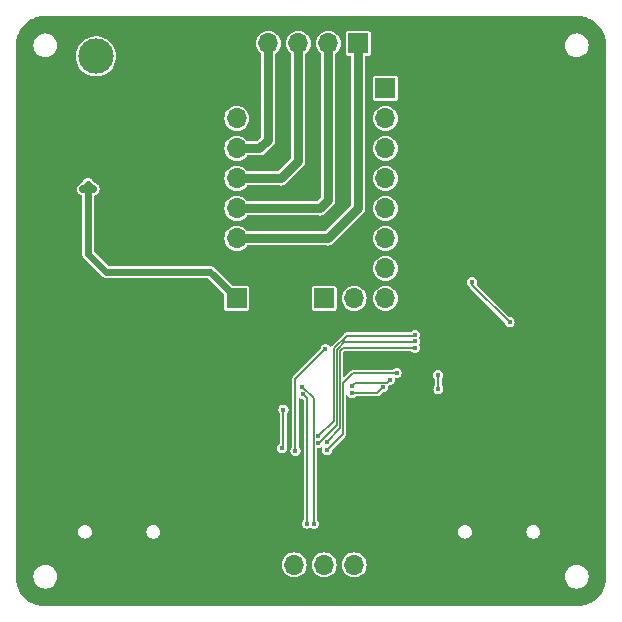
<source format=gbl>
G04 EasyEDA Pro v1.9.28, 2023-01-14 19:19:00*
G04 Gerber Generator version 0.3*%TF.GenerationSoftware,KiCad,Pcbnew,7.0.5*%
%TF.CreationDate,2023-08-17T05:26:57+08:00*%
%TF.ProjectId,TMC2209_TestBoard,544d4332-3230-4395-9f54-657374426f61,rev?*%
%TF.SameCoordinates,Original*%
%TF.FileFunction,Copper,L2,Bot*%
%TF.FilePolarity,Positive*%
%FSLAX46Y46*%
G04 Gerber Fmt 4.6, Leading zero omitted, Abs format (unit mm)*
G04 Created by KiCad (PCBNEW 7.0.5) date 2023-08-17 05:26:57*
%MOMM*%
%LPD*%
G01*
G04 APERTURE LIST*
%TA.AperFunction,ComponentPad*%
%ADD10O,1.000000X2.100000*%
%TD*%
%TA.AperFunction,ComponentPad*%
%ADD11O,1.000000X1.800000*%
%TD*%
%TA.AperFunction,ComponentPad*%
%ADD12R,1.700000X1.700000*%
%TD*%
%TA.AperFunction,ComponentPad*%
%ADD13O,1.700000X1.700000*%
%TD*%
%TA.AperFunction,ComponentPad*%
%ADD14R,3.000000X3.000000*%
%TD*%
%TA.AperFunction,ComponentPad*%
%ADD15C,3.000000*%
%TD*%
%TA.AperFunction,ViaPad*%
%ADD16C,0.450000*%
%TD*%
%TA.AperFunction,ViaPad*%
%ADD17C,0.500000*%
%TD*%
%TA.AperFunction,Conductor*%
%ADD18C,0.800000*%
%TD*%
%TA.AperFunction,Conductor*%
%ADD19C,0.150000*%
%TD*%
%TA.AperFunction,Conductor*%
%ADD20C,0.600000*%
%TD*%
%TA.AperFunction,Conductor*%
%ADD21C,0.700000*%
%TD*%
G04 APERTURE END LIST*
D10*
%TO.P,J6,S1,SHIELD*%
%TO.N,GND*%
X80280000Y-82645000D03*
D11*
X80280000Y-86825000D03*
D10*
X88920000Y-82645000D03*
D11*
X88920000Y-86825000D03*
%TD*%
D12*
%TO.P,J4,1,Pin_1*%
%TO.N,GND*%
X96885000Y-85940000D03*
D13*
%TO.P,J4,2,Pin_2*%
%TO.N,+5V*%
X99425000Y-85940000D03*
%TO.P,J4,3,Pin_3*%
%TO.N,/OLED_SCL*%
X101965000Y-85940000D03*
%TO.P,J4,4,Pin_4*%
%TO.N,/OLED_SDA*%
X104505000Y-85940000D03*
%TD*%
D12*
%TO.P,J8,1,Pin_1*%
%TO.N,/OA2*%
X104850000Y-41790000D03*
D13*
%TO.P,J8,2,Pin_2*%
%TO.N,/OA1*%
X102310000Y-41790000D03*
%TO.P,J8,3,Pin_3*%
%TO.N,/OB1*%
X99770000Y-41790000D03*
%TO.P,J8,4,Pin_4*%
%TO.N,/OB2*%
X97230000Y-41790000D03*
%TD*%
D12*
%TO.P,J3,1,Pin_1*%
%TO.N,unconnected-(J3-Pin_1-Pad1)*%
X101960000Y-63380000D03*
D13*
%TO.P,J3,2,Pin_2*%
%TO.N,/Driver_Diag*%
X104500000Y-63380000D03*
%TD*%
D10*
%TO.P,J5,S1,SHIELD*%
%TO.N,GND*%
X112450000Y-82645000D03*
D11*
X112450000Y-86825000D03*
D10*
X121090000Y-82645000D03*
D11*
X121090000Y-86825000D03*
%TD*%
D12*
%TO.P,J1,1,Pin_1*%
%TO.N,VCC*%
X94555000Y-63380000D03*
D13*
%TO.P,J1,2,Pin_2*%
%TO.N,GND*%
X94555000Y-60840000D03*
%TO.P,J1,3,Pin_3*%
%TO.N,/OA2*%
X94555000Y-58300000D03*
%TO.P,J1,4,Pin_4*%
%TO.N,/OA1*%
X94555000Y-55760000D03*
%TO.P,J1,5,Pin_5*%
%TO.N,/OB1*%
X94555000Y-53220000D03*
%TO.P,J1,6,Pin_6*%
%TO.N,/OB2*%
X94555000Y-50680000D03*
%TO.P,J1,7,Pin_7*%
%TO.N,unconnected-(J1-Pin_7-Pad7)*%
X94555000Y-48140000D03*
%TO.P,J1,8,Pin_8*%
%TO.N,GND*%
X94555000Y-45600000D03*
%TD*%
D12*
%TO.P,J2,1,Pin_1*%
%TO.N,/Driver_DIR*%
X107145000Y-45600000D03*
D13*
%TO.P,J2,2,Pin_2*%
%TO.N,/Driver_STP*%
X107145000Y-48140000D03*
%TO.P,J2,3,Pin_3*%
%TO.N,unconnected-(J2-Pin_3-Pad3)*%
X107145000Y-50680000D03*
%TO.P,J2,4,Pin_4*%
%TO.N,/USART2_TX*%
X107145000Y-53220000D03*
%TO.P,J2,5,Pin_5*%
%TO.N,unconnected-(J2-Pin_5-Pad5)*%
X107145000Y-55760000D03*
%TO.P,J2,6,Pin_6*%
%TO.N,unconnected-(J2-Pin_6-Pad6)*%
X107145000Y-58300000D03*
%TO.P,J2,7,Pin_7*%
%TO.N,unconnected-(J2-Pin_7-Pad7)*%
X107145000Y-60840000D03*
%TO.P,J2,8,Pin_8*%
%TO.N,/Driver_EN*%
X107145000Y-63380000D03*
%TD*%
D14*
%TO.P,J7,1,Pin_1*%
%TO.N,GND*%
X87640000Y-42880000D03*
D15*
%TO.P,J7,2,Pin_2*%
%TO.N,VCC*%
X82640000Y-42880000D03*
%TD*%
D16*
%TO.N,+3.3V*%
X98400000Y-76050000D03*
X111630000Y-71069500D03*
X111620000Y-69870000D03*
X98510000Y-72790500D03*
D17*
%TO.N,VCC*%
X81570000Y-54130000D03*
X82390000Y-54120000D03*
X81970000Y-53700000D03*
D16*
%TO.N,+5V*%
X117650000Y-65400000D03*
X114500000Y-61990000D03*
%TO.N,/LED*%
X102170000Y-76230000D03*
X108094266Y-69684266D03*
%TO.N,/Driver_Diag*%
X99530000Y-76280000D03*
X102070000Y-67670000D03*
%TO.N,/OLED_SCL*%
X101070000Y-82460000D03*
X100122079Y-70907099D03*
%TO.N,/OLED_SDA*%
X100490000Y-82440000D03*
X100130000Y-71480000D03*
%TO.N,/KEY_1*%
X101469500Y-75070000D03*
X109630000Y-66470000D03*
%TO.N,/KEY_2*%
X109651963Y-67019064D03*
X101469500Y-75620000D03*
%TO.N,/KEY_3*%
X109638009Y-67568390D03*
X102170083Y-75500083D03*
%TO.N,/USART1_TX*%
X104290000Y-70820000D03*
X107507673Y-70270860D03*
%TO.N,/USART1_RX*%
X106960000Y-70910000D03*
X104300000Y-71410000D03*
%TD*%
D18*
%TO.N,/OA2*%
X104850000Y-55710000D02*
X102260000Y-58300000D01*
X104850000Y-41790000D02*
X104850000Y-55710000D01*
X102260000Y-58300000D02*
X94555000Y-58300000D01*
%TO.N,/OA1*%
X101590000Y-55760000D02*
X94555000Y-55760000D01*
X102310000Y-55040000D02*
X101590000Y-55760000D01*
X102310000Y-41790000D02*
X102310000Y-55040000D01*
%TO.N,/OB1*%
X98280000Y-53220000D02*
X94555000Y-53220000D01*
X99770000Y-51730000D02*
X98280000Y-53220000D01*
X99770000Y-41790000D02*
X99770000Y-51730000D01*
%TO.N,/OB2*%
X96480000Y-50680000D02*
X94555000Y-50680000D01*
X97230000Y-49930000D02*
X96480000Y-50680000D01*
X97230000Y-41790000D02*
X97230000Y-49930000D01*
D19*
%TO.N,+3.3V*%
X98510000Y-72790500D02*
X98510000Y-75940000D01*
X98510000Y-75940000D02*
X98400000Y-76050000D01*
X111630000Y-69880000D02*
X111620000Y-69870000D01*
X111630000Y-71069500D02*
X111630000Y-69880000D01*
D20*
%TO.N,VCC*%
X81970000Y-59600000D02*
X83525000Y-61155000D01*
X83525000Y-61155000D02*
X92330000Y-61155000D01*
D21*
X81570000Y-54130000D02*
X82380000Y-54130000D01*
X82380000Y-54130000D02*
X82390000Y-54120000D01*
D20*
X92330000Y-61155000D02*
X94555000Y-63380000D01*
X81970000Y-53700000D02*
X82390000Y-54120000D01*
X81970000Y-53700000D02*
X81970000Y-53730000D01*
X81970000Y-53700000D02*
X81970000Y-59600000D01*
X81970000Y-53730000D02*
X81570000Y-54130000D01*
D19*
%TO.N,+5V*%
X114500000Y-62250000D02*
X114500000Y-61990000D01*
X117650000Y-65400000D02*
X114500000Y-62250000D01*
%TO.N,/LED*%
X108094266Y-69684266D02*
X104385734Y-69684266D01*
X103540000Y-74860000D02*
X102170000Y-76230000D01*
X104385734Y-69684266D02*
X103540000Y-70530000D01*
X103540000Y-70530000D02*
X103540000Y-70630000D01*
X103540000Y-70630000D02*
X103540000Y-74860000D01*
%TO.N,/Driver_Diag*%
X102070000Y-67670000D02*
X99530000Y-70210000D01*
X99530000Y-70210000D02*
X99530000Y-76280000D01*
%TO.N,/OLED_SCL*%
X101070000Y-82460000D02*
X101070000Y-71855020D01*
X101070000Y-71855020D02*
X100122079Y-70907099D01*
%TO.N,/OLED_SDA*%
X100490000Y-82440000D02*
X100490000Y-71840000D01*
X100490000Y-71840000D02*
X100130000Y-71480000D01*
%TO.N,/KEY_1*%
X102790000Y-67620000D02*
X102790000Y-73749500D01*
X109630000Y-66470000D02*
X109570000Y-66530000D01*
X103880000Y-66530000D02*
X102790000Y-67620000D01*
X109570000Y-66530000D02*
X103880000Y-66530000D01*
X102790000Y-73749500D02*
X101469500Y-75070000D01*
%TO.N,/KEY_2*%
X101485186Y-75620000D02*
X103040000Y-74065186D01*
X103750000Y-67030000D02*
X109570000Y-67030000D01*
X109570000Y-67030000D02*
X109640000Y-66960000D01*
X101469500Y-75620000D02*
X101485186Y-75620000D01*
X103040000Y-74065186D02*
X103040000Y-67723554D01*
X103040000Y-67723554D02*
X103741777Y-67021777D01*
X103741777Y-67021777D02*
X103750000Y-67030000D01*
%TO.N,/KEY_3*%
X103290000Y-67827108D02*
X103547108Y-67570000D01*
X103547108Y-67570000D02*
X104570000Y-67570000D01*
X102170083Y-75500083D02*
X103290000Y-74380166D01*
X104570000Y-67570000D02*
X104571610Y-67568390D01*
X103290000Y-74380166D02*
X103290000Y-67827108D01*
X104571610Y-67568390D02*
X109638009Y-67568390D01*
%TO.N,/USART1_TX*%
X104600000Y-70510000D02*
X107268533Y-70510000D01*
X107268533Y-70510000D02*
X107507673Y-70270860D01*
X104290000Y-70820000D02*
X104600000Y-70510000D01*
%TO.N,/USART1_RX*%
X106460000Y-71410000D02*
X104300000Y-71410000D01*
X106960000Y-70910000D02*
X106460000Y-71410000D01*
%TD*%
%TA.AperFunction,Conductor*%
%TO.N,GND*%
G36*
X123340732Y-39450545D02*
G01*
X123390421Y-39453549D01*
X123438963Y-39456486D01*
X123648575Y-39470225D01*
X123651348Y-39470569D01*
X123789259Y-39495842D01*
X123957616Y-39529330D01*
X123960066Y-39529954D01*
X124100900Y-39573839D01*
X124101420Y-39574009D01*
X124256739Y-39626733D01*
X124258914Y-39627589D01*
X124396163Y-39689360D01*
X124396807Y-39689664D01*
X124541296Y-39760918D01*
X124543109Y-39761910D01*
X124673136Y-39840514D01*
X124674039Y-39841089D01*
X124806764Y-39929774D01*
X124808260Y-39930857D01*
X124928386Y-40024970D01*
X124929404Y-40025813D01*
X125046885Y-40128841D01*
X125048998Y-40130694D01*
X125050168Y-40131790D01*
X125158208Y-40239830D01*
X125159304Y-40241000D01*
X125264180Y-40360588D01*
X125265037Y-40361622D01*
X125359139Y-40481735D01*
X125360224Y-40483234D01*
X125448909Y-40615959D01*
X125449499Y-40616886D01*
X125528077Y-40746870D01*
X125529084Y-40748709D01*
X125600304Y-40893127D01*
X125600661Y-40893885D01*
X125613264Y-40921887D01*
X125662406Y-41031078D01*
X125663265Y-41033259D01*
X125715989Y-41188578D01*
X125716180Y-41189165D01*
X125760037Y-41329905D01*
X125760674Y-41332410D01*
X125794171Y-41500811D01*
X125819426Y-41638625D01*
X125819775Y-41641442D01*
X125833500Y-41850854D01*
X125833408Y-41850859D01*
X125833517Y-41851100D01*
X125839455Y-41949267D01*
X125839500Y-41950747D01*
X125839500Y-86949252D01*
X125839455Y-86950732D01*
X125833510Y-87048997D01*
X125819775Y-87258557D01*
X125819426Y-87261373D01*
X125794164Y-87399226D01*
X125760676Y-87567582D01*
X125760037Y-87570093D01*
X125716180Y-87710833D01*
X125715989Y-87711420D01*
X125663265Y-87866739D01*
X125662406Y-87868920D01*
X125600672Y-88006090D01*
X125600304Y-88006871D01*
X125529084Y-88151289D01*
X125528077Y-88153128D01*
X125449505Y-88283102D01*
X125448909Y-88284039D01*
X125360224Y-88416764D01*
X125359139Y-88418263D01*
X125265037Y-88538376D01*
X125264171Y-88539421D01*
X125159304Y-88658998D01*
X125158208Y-88660168D01*
X125050168Y-88768208D01*
X125048998Y-88769304D01*
X124929421Y-88874171D01*
X124928376Y-88875037D01*
X124808263Y-88969139D01*
X124806764Y-88970224D01*
X124674039Y-89058909D01*
X124673102Y-89059505D01*
X124543128Y-89138077D01*
X124541289Y-89139084D01*
X124396871Y-89210304D01*
X124396090Y-89210672D01*
X124258920Y-89272406D01*
X124256739Y-89273265D01*
X124101420Y-89325989D01*
X124100833Y-89326180D01*
X123960093Y-89370037D01*
X123957580Y-89370676D01*
X123789211Y-89404166D01*
X123651373Y-89429426D01*
X123648557Y-89429775D01*
X123438997Y-89443510D01*
X123340732Y-89449455D01*
X123339252Y-89449500D01*
X78340748Y-89449500D01*
X78339268Y-89449455D01*
X78241001Y-89443510D01*
X78031441Y-89429775D01*
X78028625Y-89429426D01*
X77944649Y-89414037D01*
X77890799Y-89404168D01*
X77722410Y-89370674D01*
X77719905Y-89370037D01*
X77579165Y-89326180D01*
X77578578Y-89325989D01*
X77423259Y-89273265D01*
X77421078Y-89272406D01*
X77336089Y-89234156D01*
X77283885Y-89210661D01*
X77283144Y-89210312D01*
X77227288Y-89182767D01*
X77138709Y-89139084D01*
X77136870Y-89138077D01*
X77006896Y-89059505D01*
X77005959Y-89058909D01*
X76873234Y-88970224D01*
X76871735Y-88969139D01*
X76751622Y-88875037D01*
X76750588Y-88874180D01*
X76631000Y-88769304D01*
X76629830Y-88768208D01*
X76521790Y-88660168D01*
X76520694Y-88658998D01*
X76518841Y-88656885D01*
X76415813Y-88539404D01*
X76414961Y-88538376D01*
X76320859Y-88418263D01*
X76319774Y-88416764D01*
X76231089Y-88284039D01*
X76230514Y-88283136D01*
X76151910Y-88153109D01*
X76150914Y-88151289D01*
X76079664Y-88006807D01*
X76079360Y-88006163D01*
X76017589Y-87868914D01*
X76016733Y-87866739D01*
X75972613Y-87736765D01*
X75964005Y-87711408D01*
X75963840Y-87710901D01*
X75919954Y-87570066D01*
X75919330Y-87567616D01*
X75885842Y-87399259D01*
X75860569Y-87261348D01*
X75860225Y-87258575D01*
X75846486Y-87048963D01*
X75843257Y-86995583D01*
X75840545Y-86950732D01*
X75840523Y-86950000D01*
X77334659Y-86950000D01*
X77353976Y-87146132D01*
X77353976Y-87146133D01*
X77411185Y-87334726D01*
X77504092Y-87508541D01*
X77504094Y-87508544D01*
X77536615Y-87548170D01*
X77577564Y-87598066D01*
X77577580Y-87598118D01*
X77577811Y-87598367D01*
X77629116Y-87660882D01*
X77629119Y-87660885D01*
X77721165Y-87736426D01*
X77721346Y-87736765D01*
X77723192Y-87738090D01*
X77781449Y-87785901D01*
X77781458Y-87785907D01*
X77781462Y-87785910D01*
X77889354Y-87843579D01*
X77889857Y-87844193D01*
X77890390Y-87844390D01*
X77893430Y-87845758D01*
X77955273Y-87878814D01*
X78143868Y-87936024D01*
X78320682Y-87953438D01*
X78339999Y-87955341D01*
X78339999Y-87955340D01*
X78340000Y-87955341D01*
X78536132Y-87936024D01*
X78724727Y-87878814D01*
X78898538Y-87785910D01*
X79050883Y-87660883D01*
X79175910Y-87508538D01*
X79268814Y-87334727D01*
X79326024Y-87146132D01*
X79345341Y-86950000D01*
X79345267Y-86949253D01*
X79341917Y-86915232D01*
X79326024Y-86753868D01*
X79268814Y-86565273D01*
X79175910Y-86391462D01*
X79175907Y-86391458D01*
X79175905Y-86391455D01*
X79102180Y-86301622D01*
X79050883Y-86239117D01*
X78958832Y-86163572D01*
X78898544Y-86114094D01*
X78898541Y-86114092D01*
X78898539Y-86114091D01*
X78898538Y-86114090D01*
X78818592Y-86071358D01*
X78724726Y-86021185D01*
X78536132Y-85963976D01*
X78340000Y-85944659D01*
X78143867Y-85963976D01*
X78143866Y-85963976D01*
X77955271Y-86021186D01*
X77893445Y-86054233D01*
X77890403Y-86055602D01*
X77889916Y-86055782D01*
X77889356Y-86056419D01*
X77781458Y-86114092D01*
X77781456Y-86114094D01*
X77723195Y-86161908D01*
X77721373Y-86163214D01*
X77721167Y-86163572D01*
X77629117Y-86239117D01*
X77577819Y-86301622D01*
X77577582Y-86301876D01*
X77577564Y-86301932D01*
X77504098Y-86391449D01*
X77504092Y-86391458D01*
X77411185Y-86565273D01*
X77353976Y-86753866D01*
X77353976Y-86753867D01*
X77334659Y-86949999D01*
X77334659Y-86950000D01*
X75840523Y-86950000D01*
X75840500Y-86949253D01*
X75840500Y-85940000D01*
X98369417Y-85940000D01*
X98389700Y-86145934D01*
X98389700Y-86145935D01*
X98394942Y-86163214D01*
X98449768Y-86343954D01*
X98547315Y-86526450D01*
X98678590Y-86686410D01*
X98838550Y-86817685D01*
X99021046Y-86915232D01*
X99219066Y-86975300D01*
X99425000Y-86995583D01*
X99630934Y-86975300D01*
X99828954Y-86915232D01*
X100011450Y-86817685D01*
X100171410Y-86686410D01*
X100302685Y-86526450D01*
X100400232Y-86343954D01*
X100460300Y-86145934D01*
X100480583Y-85940000D01*
X100909417Y-85940000D01*
X100929700Y-86145934D01*
X100929700Y-86145935D01*
X100934942Y-86163214D01*
X100989768Y-86343954D01*
X101087315Y-86526450D01*
X101218590Y-86686410D01*
X101378550Y-86817685D01*
X101561046Y-86915232D01*
X101759066Y-86975300D01*
X101944715Y-86993585D01*
X101964999Y-86995583D01*
X101964999Y-86995582D01*
X101965000Y-86995583D01*
X102170934Y-86975300D01*
X102368954Y-86915232D01*
X102551450Y-86817685D01*
X102711410Y-86686410D01*
X102842685Y-86526450D01*
X102940232Y-86343954D01*
X103000300Y-86145934D01*
X103020583Y-85940000D01*
X103449417Y-85940000D01*
X103469700Y-86145934D01*
X103469700Y-86145935D01*
X103474942Y-86163214D01*
X103529768Y-86343954D01*
X103627315Y-86526450D01*
X103758590Y-86686410D01*
X103918550Y-86817685D01*
X104101046Y-86915232D01*
X104299066Y-86975300D01*
X104484715Y-86993585D01*
X104504999Y-86995583D01*
X104504999Y-86995582D01*
X104505000Y-86995583D01*
X104710934Y-86975300D01*
X104794338Y-86950000D01*
X122334659Y-86950000D01*
X122353976Y-87146132D01*
X122353976Y-87146133D01*
X122411185Y-87334726D01*
X122504092Y-87508541D01*
X122504094Y-87508544D01*
X122536615Y-87548170D01*
X122577564Y-87598066D01*
X122577580Y-87598118D01*
X122577811Y-87598367D01*
X122629116Y-87660882D01*
X122629119Y-87660885D01*
X122721165Y-87736426D01*
X122721346Y-87736765D01*
X122723192Y-87738090D01*
X122781449Y-87785901D01*
X122781458Y-87785907D01*
X122781462Y-87785910D01*
X122889354Y-87843579D01*
X122889857Y-87844193D01*
X122890390Y-87844390D01*
X122893430Y-87845758D01*
X122955273Y-87878814D01*
X123143868Y-87936024D01*
X123340000Y-87955341D01*
X123536132Y-87936024D01*
X123724727Y-87878814D01*
X123898538Y-87785910D01*
X124050883Y-87660883D01*
X124175910Y-87508538D01*
X124268814Y-87334727D01*
X124326024Y-87146132D01*
X124345341Y-86950000D01*
X124345267Y-86949253D01*
X124341917Y-86915232D01*
X124326024Y-86753868D01*
X124268814Y-86565273D01*
X124175910Y-86391462D01*
X124175907Y-86391458D01*
X124175905Y-86391455D01*
X124102180Y-86301622D01*
X124050883Y-86239117D01*
X123958832Y-86163572D01*
X123898544Y-86114094D01*
X123898541Y-86114092D01*
X123898539Y-86114091D01*
X123898538Y-86114090D01*
X123818592Y-86071358D01*
X123724726Y-86021185D01*
X123536132Y-85963976D01*
X123340000Y-85944659D01*
X123143867Y-85963976D01*
X123143866Y-85963976D01*
X122955271Y-86021186D01*
X122893445Y-86054233D01*
X122890403Y-86055602D01*
X122889916Y-86055782D01*
X122889356Y-86056419D01*
X122781458Y-86114092D01*
X122781456Y-86114094D01*
X122723195Y-86161908D01*
X122721373Y-86163214D01*
X122721167Y-86163572D01*
X122629117Y-86239117D01*
X122577819Y-86301622D01*
X122577582Y-86301876D01*
X122577564Y-86301932D01*
X122504098Y-86391449D01*
X122504092Y-86391458D01*
X122411185Y-86565273D01*
X122353976Y-86753866D01*
X122353976Y-86753867D01*
X122334659Y-86949999D01*
X122334659Y-86950000D01*
X104794338Y-86950000D01*
X104908954Y-86915232D01*
X105091450Y-86817685D01*
X105251410Y-86686410D01*
X105382685Y-86526450D01*
X105480232Y-86343954D01*
X105540300Y-86145934D01*
X105560583Y-85940000D01*
X105540300Y-85734066D01*
X105480232Y-85536046D01*
X105382685Y-85353550D01*
X105251410Y-85193590D01*
X105091450Y-85062315D01*
X104908954Y-84964768D01*
X104710934Y-84904700D01*
X104505000Y-84884417D01*
X104299065Y-84904700D01*
X104299064Y-84904700D01*
X104101043Y-84964769D01*
X103918548Y-85062316D01*
X103758590Y-85193590D01*
X103627316Y-85353548D01*
X103529769Y-85536043D01*
X103469700Y-85734064D01*
X103469700Y-85734065D01*
X103449417Y-85939999D01*
X103449417Y-85940000D01*
X103020583Y-85940000D01*
X103000300Y-85734066D01*
X102940232Y-85536046D01*
X102842685Y-85353550D01*
X102711410Y-85193590D01*
X102551450Y-85062315D01*
X102368954Y-84964768D01*
X102170934Y-84904700D01*
X101965000Y-84884417D01*
X101759065Y-84904700D01*
X101759064Y-84904700D01*
X101561043Y-84964769D01*
X101378548Y-85062316D01*
X101218590Y-85193590D01*
X101087316Y-85353548D01*
X100989769Y-85536043D01*
X100929700Y-85734064D01*
X100929700Y-85734065D01*
X100909417Y-85939999D01*
X100909417Y-85940000D01*
X100480583Y-85940000D01*
X100460300Y-85734066D01*
X100400232Y-85536046D01*
X100302685Y-85353550D01*
X100171410Y-85193590D01*
X100011450Y-85062315D01*
X99828954Y-84964768D01*
X99630934Y-84904700D01*
X99425000Y-84884417D01*
X99219065Y-84904700D01*
X99219064Y-84904700D01*
X99021043Y-84964769D01*
X98838548Y-85062316D01*
X98678590Y-85193590D01*
X98547316Y-85353548D01*
X98449769Y-85536043D01*
X98389700Y-85734064D01*
X98389700Y-85734065D01*
X98369417Y-85939999D01*
X98369417Y-85940000D01*
X75840500Y-85940000D01*
X75840500Y-83144999D01*
X81129534Y-83144999D01*
X81149312Y-83295235D01*
X81207299Y-83435228D01*
X81207302Y-83435233D01*
X81299549Y-83555451D01*
X81419767Y-83647698D01*
X81419769Y-83647698D01*
X81419771Y-83647700D01*
X81559764Y-83705686D01*
X81559764Y-83705687D01*
X81672280Y-83720500D01*
X81672284Y-83720500D01*
X81747716Y-83720500D01*
X81747720Y-83720500D01*
X81860236Y-83705687D01*
X82000233Y-83647698D01*
X82120451Y-83555451D01*
X82212698Y-83435233D01*
X82270687Y-83295236D01*
X82290466Y-83145000D01*
X82290466Y-83144999D01*
X86909534Y-83144999D01*
X86929312Y-83295235D01*
X86987299Y-83435228D01*
X86987302Y-83435233D01*
X87079549Y-83555451D01*
X87199767Y-83647698D01*
X87199769Y-83647698D01*
X87199771Y-83647700D01*
X87339764Y-83705687D01*
X87452280Y-83720500D01*
X87452284Y-83720500D01*
X87527716Y-83720500D01*
X87527720Y-83720500D01*
X87640236Y-83705687D01*
X87780233Y-83647698D01*
X87900451Y-83555451D01*
X87992698Y-83435233D01*
X88050687Y-83295236D01*
X88070466Y-83145000D01*
X113299534Y-83145000D01*
X113319312Y-83295235D01*
X113377299Y-83435228D01*
X113377302Y-83435233D01*
X113469549Y-83555451D01*
X113589767Y-83647698D01*
X113589769Y-83647698D01*
X113589771Y-83647700D01*
X113729764Y-83705686D01*
X113729764Y-83705687D01*
X113842280Y-83720500D01*
X113842284Y-83720500D01*
X113917716Y-83720500D01*
X113917720Y-83720500D01*
X114030236Y-83705687D01*
X114170233Y-83647698D01*
X114290451Y-83555451D01*
X114382698Y-83435233D01*
X114440687Y-83295236D01*
X114460466Y-83145000D01*
X119079534Y-83145000D01*
X119099312Y-83295235D01*
X119157299Y-83435228D01*
X119157302Y-83435233D01*
X119249549Y-83555451D01*
X119369767Y-83647698D01*
X119369769Y-83647698D01*
X119369771Y-83647700D01*
X119509763Y-83705686D01*
X119509764Y-83705687D01*
X119622280Y-83720500D01*
X119622284Y-83720500D01*
X119697716Y-83720500D01*
X119697720Y-83720500D01*
X119810236Y-83705687D01*
X119950233Y-83647698D01*
X120070451Y-83555451D01*
X120162698Y-83435233D01*
X120220687Y-83295236D01*
X120240466Y-83145000D01*
X120220687Y-82994764D01*
X120169341Y-82870804D01*
X120162700Y-82854771D01*
X120162697Y-82854766D01*
X120158824Y-82849719D01*
X120070451Y-82734549D01*
X119950233Y-82642302D01*
X119950228Y-82642299D01*
X119810235Y-82584312D01*
X119725262Y-82573126D01*
X119697720Y-82569500D01*
X119622280Y-82569500D01*
X119594738Y-82573126D01*
X119509764Y-82584312D01*
X119369771Y-82642299D01*
X119369766Y-82642302D01*
X119249549Y-82734548D01*
X119249548Y-82734549D01*
X119157302Y-82854766D01*
X119157299Y-82854771D01*
X119099312Y-82994764D01*
X119079534Y-83145000D01*
X114460466Y-83145000D01*
X114440687Y-82994764D01*
X114389341Y-82870804D01*
X114382700Y-82854771D01*
X114382697Y-82854766D01*
X114378824Y-82849719D01*
X114290451Y-82734549D01*
X114170233Y-82642302D01*
X114170228Y-82642299D01*
X114030235Y-82584312D01*
X113945262Y-82573126D01*
X113917720Y-82569500D01*
X113842280Y-82569500D01*
X113814738Y-82573126D01*
X113729764Y-82584312D01*
X113589771Y-82642299D01*
X113589766Y-82642302D01*
X113469549Y-82734548D01*
X113469548Y-82734549D01*
X113377302Y-82854766D01*
X113377299Y-82854771D01*
X113319312Y-82994764D01*
X113299534Y-83145000D01*
X88070466Y-83145000D01*
X88050687Y-82994764D01*
X87999341Y-82870804D01*
X87992700Y-82854771D01*
X87992697Y-82854766D01*
X87988824Y-82849719D01*
X87900451Y-82734549D01*
X87780233Y-82642302D01*
X87780228Y-82642299D01*
X87640235Y-82584312D01*
X87555262Y-82573126D01*
X87527720Y-82569500D01*
X87452280Y-82569500D01*
X87424738Y-82573126D01*
X87339764Y-82584312D01*
X87199771Y-82642299D01*
X87199766Y-82642302D01*
X87079549Y-82734548D01*
X87079548Y-82734549D01*
X86987302Y-82854766D01*
X86987299Y-82854771D01*
X86929312Y-82994764D01*
X86909534Y-83144999D01*
X82290466Y-83144999D01*
X82270687Y-82994764D01*
X82219341Y-82870804D01*
X82212700Y-82854771D01*
X82212697Y-82854766D01*
X82208824Y-82849719D01*
X82120451Y-82734549D01*
X82000233Y-82642302D01*
X82000228Y-82642299D01*
X81860235Y-82584312D01*
X81775262Y-82573126D01*
X81747720Y-82569500D01*
X81672280Y-82569500D01*
X81644738Y-82573126D01*
X81559764Y-82584312D01*
X81419771Y-82642299D01*
X81419766Y-82642302D01*
X81299549Y-82734548D01*
X81299548Y-82734549D01*
X81207302Y-82854766D01*
X81207299Y-82854771D01*
X81149312Y-82994764D01*
X81129534Y-83144999D01*
X75840500Y-83144999D01*
X75840500Y-76050000D01*
X97969196Y-76050000D01*
X97990281Y-76183126D01*
X97990281Y-76183127D01*
X97990282Y-76183128D01*
X98051467Y-76303213D01*
X98051472Y-76303220D01*
X98146779Y-76398527D01*
X98146786Y-76398532D01*
X98226842Y-76439321D01*
X98266874Y-76459719D01*
X98400000Y-76480804D01*
X98533126Y-76459719D01*
X98624570Y-76413126D01*
X98653213Y-76398532D01*
X98653215Y-76398530D01*
X98653220Y-76398528D01*
X98748528Y-76303220D01*
X98760359Y-76280000D01*
X99099196Y-76280000D01*
X99120281Y-76413126D01*
X99120281Y-76413127D01*
X99120282Y-76413128D01*
X99181467Y-76533213D01*
X99181472Y-76533220D01*
X99276779Y-76628527D01*
X99276786Y-76628532D01*
X99340123Y-76660803D01*
X99396874Y-76689719D01*
X99530000Y-76710804D01*
X99663126Y-76689719D01*
X99746420Y-76647278D01*
X99783213Y-76628532D01*
X99783215Y-76628530D01*
X99783220Y-76628528D01*
X99878528Y-76533220D01*
X99939719Y-76413126D01*
X99960804Y-76280000D01*
X99939719Y-76146874D01*
X99892340Y-76053887D01*
X99878532Y-76026786D01*
X99878527Y-76026779D01*
X99819852Y-75968104D01*
X99805500Y-75933456D01*
X99805500Y-71872170D01*
X99819852Y-71837522D01*
X99854500Y-71823170D01*
X99876745Y-71828511D01*
X99928773Y-71855020D01*
X99996874Y-71889719D01*
X100130000Y-71910804D01*
X100140895Y-71909078D01*
X100177361Y-71917830D01*
X100183210Y-71922826D01*
X100200148Y-71939764D01*
X100214500Y-71974412D01*
X100214500Y-82093455D01*
X100200149Y-82128101D01*
X100141472Y-82186779D01*
X100141470Y-82186782D01*
X100141467Y-82186786D01*
X100080282Y-82306871D01*
X100080281Y-82306872D01*
X100080281Y-82306874D01*
X100059196Y-82440000D01*
X100080281Y-82573126D01*
X100080281Y-82573127D01*
X100080282Y-82573128D01*
X100141467Y-82693213D01*
X100141472Y-82693220D01*
X100236779Y-82788527D01*
X100236786Y-82788532D01*
X100316842Y-82829322D01*
X100356874Y-82849719D01*
X100490000Y-82870804D01*
X100623126Y-82849719D01*
X100677677Y-82821923D01*
X100746657Y-82786778D01*
X100747711Y-82788846D01*
X100776778Y-82781822D01*
X100803834Y-82795582D01*
X100816779Y-82808527D01*
X100816786Y-82808532D01*
X100896842Y-82849322D01*
X100936874Y-82869719D01*
X101070000Y-82890804D01*
X101203126Y-82869719D01*
X101286420Y-82827278D01*
X101323213Y-82808532D01*
X101323215Y-82808530D01*
X101323220Y-82808528D01*
X101418528Y-82713220D01*
X101479719Y-82593126D01*
X101500804Y-82460000D01*
X101479719Y-82326874D01*
X101459321Y-82286842D01*
X101418532Y-82206786D01*
X101418529Y-82206782D01*
X101418528Y-82206780D01*
X101359850Y-82148101D01*
X101345500Y-82113455D01*
X101345500Y-76088535D01*
X101359852Y-76053887D01*
X101394500Y-76039535D01*
X101402151Y-76040136D01*
X101469500Y-76050804D01*
X101602626Y-76029719D01*
X101657177Y-76001923D01*
X101726157Y-75966778D01*
X101726943Y-75968322D01*
X101757511Y-75960966D01*
X101789499Y-75980543D01*
X101798274Y-76017005D01*
X101793533Y-76031612D01*
X101760281Y-76096873D01*
X101760280Y-76096874D01*
X101760281Y-76096874D01*
X101739196Y-76230000D01*
X101760281Y-76363126D01*
X101760281Y-76363127D01*
X101760282Y-76363128D01*
X101821467Y-76483213D01*
X101821472Y-76483220D01*
X101916779Y-76578527D01*
X101916786Y-76578532D01*
X101996842Y-76619321D01*
X102036874Y-76639719D01*
X102170000Y-76660804D01*
X102303126Y-76639719D01*
X102386420Y-76597278D01*
X102423213Y-76578532D01*
X102423215Y-76578530D01*
X102423220Y-76578528D01*
X102518528Y-76483220D01*
X102530503Y-76459719D01*
X102537278Y-76446420D01*
X102579719Y-76363126D01*
X102600804Y-76230000D01*
X102599077Y-76219103D01*
X102607831Y-76182636D01*
X102612820Y-76176794D01*
X103712213Y-75077401D01*
X103719626Y-75071316D01*
X103738624Y-75058624D01*
X103799096Y-74968121D01*
X103799981Y-74966884D01*
X103804018Y-74961592D01*
X103804454Y-74960540D01*
X103802935Y-74950302D01*
X103820897Y-74860000D01*
X103816441Y-74837596D01*
X103815500Y-74828038D01*
X103815500Y-71600459D01*
X103829852Y-71565811D01*
X103864500Y-71551459D01*
X103899148Y-71565811D01*
X103908157Y-71578210D01*
X103919494Y-71600459D01*
X103951470Y-71663217D01*
X103951472Y-71663220D01*
X104046779Y-71758527D01*
X104046786Y-71758532D01*
X104126842Y-71799321D01*
X104166874Y-71819719D01*
X104300000Y-71840804D01*
X104433126Y-71819719D01*
X104516420Y-71777278D01*
X104553213Y-71758532D01*
X104553215Y-71758530D01*
X104553220Y-71758528D01*
X104611896Y-71699852D01*
X104646544Y-71685500D01*
X106428043Y-71685500D01*
X106437603Y-71686442D01*
X106459999Y-71690897D01*
X106460000Y-71690897D01*
X106487132Y-71685500D01*
X106487133Y-71685500D01*
X106567495Y-71669515D01*
X106621447Y-71633465D01*
X106635622Y-71623994D01*
X106635621Y-71623994D01*
X106640925Y-71620451D01*
X106640929Y-71620446D01*
X106658624Y-71608624D01*
X106671316Y-71589626D01*
X106677401Y-71582213D01*
X106906789Y-71352825D01*
X106941436Y-71338474D01*
X106949103Y-71339078D01*
X106959997Y-71340804D01*
X106959998Y-71340803D01*
X106960000Y-71340804D01*
X107093126Y-71319719D01*
X107204053Y-71263199D01*
X107213213Y-71258532D01*
X107213215Y-71258530D01*
X107213220Y-71258528D01*
X107308528Y-71163220D01*
X107311807Y-71156786D01*
X107348128Y-71085500D01*
X107369719Y-71043126D01*
X107390804Y-70910000D01*
X107374175Y-70805009D01*
X107382930Y-70768545D01*
X107395345Y-70756607D01*
X107423949Y-70737495D01*
X107444155Y-70723994D01*
X107444155Y-70723993D01*
X107449462Y-70720448D01*
X107449464Y-70720445D01*
X107467157Y-70708624D01*
X107467156Y-70708624D01*
X107467398Y-70708463D01*
X107502282Y-70700810D01*
X107507673Y-70701664D01*
X107640799Y-70680579D01*
X107724093Y-70638138D01*
X107760886Y-70619392D01*
X107760888Y-70619390D01*
X107760893Y-70619388D01*
X107856201Y-70524080D01*
X107917392Y-70403986D01*
X107938477Y-70270860D01*
X107919708Y-70152361D01*
X107928463Y-70115897D01*
X107960439Y-70096301D01*
X107975763Y-70096301D01*
X108094266Y-70115070D01*
X108227392Y-70093985D01*
X108316589Y-70048537D01*
X108347479Y-70032798D01*
X108347481Y-70032796D01*
X108347486Y-70032794D01*
X108442794Y-69937486D01*
X108477180Y-69870000D01*
X111189196Y-69870000D01*
X111210281Y-70003126D01*
X111210281Y-70003127D01*
X111210282Y-70003128D01*
X111271467Y-70123213D01*
X111271472Y-70123220D01*
X111340147Y-70191895D01*
X111354499Y-70226543D01*
X111354500Y-70722956D01*
X111340148Y-70757604D01*
X111281472Y-70816279D01*
X111281467Y-70816286D01*
X111220282Y-70936371D01*
X111220281Y-70936372D01*
X111220281Y-70936374D01*
X111199196Y-71069500D01*
X111220281Y-71202626D01*
X111220281Y-71202627D01*
X111220282Y-71202628D01*
X111281467Y-71322713D01*
X111281472Y-71322720D01*
X111376779Y-71418027D01*
X111376786Y-71418032D01*
X111456842Y-71458822D01*
X111496874Y-71479219D01*
X111630000Y-71500304D01*
X111763126Y-71479219D01*
X111846420Y-71436778D01*
X111883213Y-71418032D01*
X111883215Y-71418030D01*
X111883220Y-71418028D01*
X111978528Y-71322720D01*
X111980059Y-71319717D01*
X112019766Y-71241785D01*
X112039719Y-71202626D01*
X112060804Y-71069500D01*
X112039719Y-70936374D01*
X112019321Y-70896342D01*
X111978532Y-70816286D01*
X111978527Y-70816279D01*
X111919852Y-70757604D01*
X111905500Y-70722956D01*
X111905500Y-70206543D01*
X111919851Y-70171896D01*
X111968528Y-70123220D01*
X111972260Y-70115897D01*
X112002337Y-70056866D01*
X112029719Y-70003126D01*
X112050804Y-69870000D01*
X112029719Y-69736874D01*
X112002914Y-69684266D01*
X111968532Y-69616786D01*
X111968527Y-69616779D01*
X111873220Y-69521472D01*
X111873213Y-69521467D01*
X111753128Y-69460282D01*
X111753127Y-69460281D01*
X111753126Y-69460281D01*
X111620000Y-69439196D01*
X111486874Y-69460281D01*
X111486872Y-69460281D01*
X111486871Y-69460282D01*
X111366786Y-69521467D01*
X111366779Y-69521472D01*
X111271472Y-69616779D01*
X111271467Y-69616786D01*
X111210282Y-69736871D01*
X111210281Y-69736872D01*
X111210281Y-69736874D01*
X111189196Y-69870000D01*
X108477180Y-69870000D01*
X108503985Y-69817392D01*
X108525070Y-69684266D01*
X108503985Y-69551140D01*
X108470611Y-69485639D01*
X108442798Y-69431052D01*
X108442793Y-69431045D01*
X108347486Y-69335738D01*
X108347479Y-69335733D01*
X108227394Y-69274548D01*
X108227393Y-69274547D01*
X108227392Y-69274547D01*
X108094266Y-69253462D01*
X107961140Y-69274547D01*
X107961138Y-69274547D01*
X107961137Y-69274548D01*
X107841052Y-69335733D01*
X107841045Y-69335738D01*
X107782370Y-69394414D01*
X107747722Y-69408766D01*
X104417691Y-69408766D01*
X104408133Y-69407825D01*
X104397024Y-69405615D01*
X104385734Y-69403370D01*
X104385733Y-69403370D01*
X104360968Y-69408294D01*
X104360962Y-69408297D01*
X104358604Y-69408766D01*
X104358601Y-69408766D01*
X104278239Y-69424750D01*
X104278239Y-69424751D01*
X104187112Y-69485639D01*
X104187107Y-69485644D01*
X104174418Y-69504634D01*
X104168326Y-69512057D01*
X103649148Y-70031236D01*
X103614500Y-70045588D01*
X103579852Y-70031236D01*
X103565500Y-69996588D01*
X103565500Y-67961520D01*
X103579852Y-67926872D01*
X103646872Y-67859852D01*
X103681520Y-67845500D01*
X104538043Y-67845500D01*
X104547603Y-67846442D01*
X104569999Y-67850897D01*
X104570000Y-67850897D01*
X104597132Y-67845500D01*
X104597133Y-67845500D01*
X104600492Y-67844831D01*
X104610051Y-67843890D01*
X109291465Y-67843890D01*
X109326113Y-67858242D01*
X109384788Y-67916917D01*
X109384795Y-67916922D01*
X109464851Y-67957712D01*
X109504883Y-67978109D01*
X109638009Y-67999194D01*
X109771135Y-67978109D01*
X109854429Y-67935668D01*
X109891222Y-67916922D01*
X109891224Y-67916920D01*
X109891229Y-67916918D01*
X109986537Y-67821610D01*
X110047728Y-67701516D01*
X110068813Y-67568390D01*
X110047728Y-67435264D01*
X110031082Y-67402594D01*
X109992934Y-67327722D01*
X109989991Y-67290335D01*
X109998863Y-67275861D01*
X109998227Y-67275399D01*
X110000487Y-67272287D01*
X110000491Y-67272284D01*
X110006607Y-67260282D01*
X110019241Y-67235484D01*
X110061682Y-67152190D01*
X110082767Y-67019064D01*
X110061682Y-66885938D01*
X110041284Y-66845906D01*
X110000495Y-66765850D01*
X110000490Y-66765843D01*
X109996727Y-66762080D01*
X109982375Y-66727432D01*
X109987715Y-66705188D01*
X110039719Y-66603126D01*
X110060804Y-66470000D01*
X110039719Y-66336874D01*
X110005892Y-66270485D01*
X109978532Y-66216786D01*
X109978527Y-66216779D01*
X109883220Y-66121472D01*
X109883213Y-66121467D01*
X109763128Y-66060282D01*
X109763127Y-66060281D01*
X109763126Y-66060281D01*
X109630000Y-66039196D01*
X109496874Y-66060281D01*
X109496872Y-66060281D01*
X109496871Y-66060282D01*
X109376786Y-66121467D01*
X109376779Y-66121472D01*
X109281473Y-66216778D01*
X109281470Y-66216782D01*
X109275886Y-66227744D01*
X109247370Y-66252101D01*
X109232226Y-66254500D01*
X103911961Y-66254500D01*
X103902402Y-66253559D01*
X103880000Y-66249103D01*
X103856737Y-66253730D01*
X103856735Y-66253730D01*
X103852868Y-66254500D01*
X103852867Y-66254500D01*
X103823275Y-66260386D01*
X103772502Y-66270485D01*
X103730534Y-66298528D01*
X103705656Y-66315151D01*
X103705654Y-66315153D01*
X103681375Y-66331376D01*
X103681374Y-66331377D01*
X103668686Y-66350365D01*
X103662594Y-66357788D01*
X102617788Y-67402594D01*
X102610365Y-67408686D01*
X102591377Y-67421374D01*
X102591376Y-67421375D01*
X102576005Y-67444377D01*
X102576006Y-67444378D01*
X102562869Y-67464039D01*
X102541083Y-67496642D01*
X102509900Y-67517477D01*
X102473118Y-67510159D01*
X102456683Y-67491665D01*
X102418528Y-67416780D01*
X102323220Y-67321472D01*
X102323213Y-67321467D01*
X102203128Y-67260282D01*
X102203127Y-67260281D01*
X102203126Y-67260281D01*
X102070000Y-67239196D01*
X101936874Y-67260281D01*
X101936872Y-67260281D01*
X101936871Y-67260282D01*
X101816786Y-67321467D01*
X101816779Y-67321472D01*
X101721472Y-67416779D01*
X101721467Y-67416786D01*
X101660282Y-67536871D01*
X101660281Y-67536872D01*
X101660281Y-67536874D01*
X101647115Y-67620000D01*
X101639196Y-67670000D01*
X101639196Y-67670004D01*
X101640921Y-67680901D01*
X101632164Y-67717367D01*
X101627172Y-67723210D01*
X99357788Y-69992594D01*
X99350365Y-69998686D01*
X99331377Y-70011374D01*
X99331376Y-70011375D01*
X99316005Y-70034377D01*
X99316006Y-70034378D01*
X99300980Y-70056866D01*
X99273165Y-70098493D01*
X99267072Y-70105917D01*
X99266537Y-70106451D01*
X99267585Y-70117085D01*
X99249850Y-70206248D01*
X99249103Y-70210001D01*
X99253558Y-70232396D01*
X99254500Y-70241956D01*
X99254500Y-75933455D01*
X99240149Y-75968101D01*
X99191247Y-76017005D01*
X99181470Y-76026782D01*
X99181467Y-76026786D01*
X99120282Y-76146871D01*
X99120281Y-76146872D01*
X99120281Y-76146874D01*
X99099196Y-76280000D01*
X98760359Y-76280000D01*
X98809719Y-76183126D01*
X98830804Y-76050000D01*
X98809719Y-75916874D01*
X98800589Y-75898956D01*
X98790840Y-75879822D01*
X98785499Y-75857576D01*
X98785499Y-74601463D01*
X98785499Y-73137041D01*
X98799850Y-73102397D01*
X98858528Y-73043720D01*
X98919719Y-72923626D01*
X98940804Y-72790500D01*
X98919719Y-72657374D01*
X98899321Y-72617342D01*
X98858532Y-72537286D01*
X98858527Y-72537279D01*
X98763220Y-72441972D01*
X98763213Y-72441967D01*
X98643128Y-72380782D01*
X98643127Y-72380781D01*
X98643126Y-72380781D01*
X98510000Y-72359696D01*
X98376874Y-72380781D01*
X98376872Y-72380781D01*
X98376871Y-72380782D01*
X98256786Y-72441967D01*
X98256779Y-72441972D01*
X98161472Y-72537279D01*
X98161467Y-72537286D01*
X98100282Y-72657371D01*
X98100281Y-72657372D01*
X98100281Y-72657374D01*
X98079196Y-72790500D01*
X98100281Y-72923626D01*
X98100281Y-72923627D01*
X98100282Y-72923628D01*
X98161467Y-73043713D01*
X98161472Y-73043720D01*
X98220148Y-73102396D01*
X98234500Y-73137044D01*
X98234499Y-75626749D01*
X98220147Y-75661397D01*
X98207745Y-75670408D01*
X98146782Y-75701470D01*
X98146776Y-75701475D01*
X98051472Y-75796779D01*
X98051467Y-75796786D01*
X97990282Y-75916871D01*
X97990281Y-75916872D01*
X97990281Y-75916874D01*
X97969196Y-76050000D01*
X75840500Y-76050000D01*
X75840500Y-54167924D01*
X81015619Y-54167924D01*
X81046407Y-54316083D01*
X81046408Y-54316086D01*
X81116029Y-54450448D01*
X81199762Y-54540103D01*
X81219320Y-54561044D01*
X81348618Y-54639672D01*
X81433720Y-54663516D01*
X81463211Y-54686683D01*
X81469500Y-54710699D01*
X81469500Y-59540920D01*
X81468380Y-59551335D01*
X81465641Y-59563927D01*
X81469438Y-59617020D01*
X81469500Y-59618752D01*
X81469500Y-59635799D01*
X81471925Y-59652668D01*
X81472112Y-59654406D01*
X81475908Y-59707478D01*
X81475908Y-59707480D01*
X81475909Y-59707483D01*
X81480412Y-59719557D01*
X81483000Y-59729697D01*
X81484835Y-59742460D01*
X81506934Y-59790848D01*
X81507604Y-59792464D01*
X81526202Y-59842328D01*
X81526203Y-59842330D01*
X81526204Y-59842331D01*
X81533929Y-59852651D01*
X81539270Y-59861653D01*
X81541753Y-59867090D01*
X81544623Y-59873374D01*
X81579457Y-59913575D01*
X81580555Y-59914937D01*
X81590775Y-59928589D01*
X81590778Y-59928592D01*
X81590779Y-59928593D01*
X81602842Y-59940656D01*
X81604022Y-59941924D01*
X81638872Y-59982143D01*
X81649713Y-59989110D01*
X81657870Y-59995684D01*
X83129316Y-61467130D01*
X83135888Y-61475285D01*
X83142857Y-61486128D01*
X83183087Y-61520987D01*
X83184340Y-61522154D01*
X83196407Y-61534221D01*
X83210055Y-61544438D01*
X83211417Y-61545536D01*
X83251623Y-61580374D01*
X83251625Y-61580376D01*
X83263340Y-61585726D01*
X83272347Y-61591070D01*
X83282668Y-61598795D01*
X83282669Y-61598796D01*
X83332523Y-61617390D01*
X83334140Y-61618060D01*
X83354200Y-61627221D01*
X83382543Y-61640165D01*
X83395300Y-61641999D01*
X83405442Y-61644587D01*
X83417517Y-61649091D01*
X83470600Y-61652887D01*
X83472312Y-61653071D01*
X83489201Y-61655500D01*
X83506248Y-61655500D01*
X83507979Y-61655561D01*
X83561073Y-61659359D01*
X83573663Y-61656620D01*
X83584080Y-61655500D01*
X92102390Y-61655500D01*
X92137038Y-61669852D01*
X93490148Y-63022962D01*
X93504500Y-63057610D01*
X93504500Y-64249748D01*
X93516133Y-64308231D01*
X93533882Y-64334795D01*
X93560447Y-64374552D01*
X93587012Y-64392301D01*
X93626769Y-64418867D01*
X93685252Y-64430500D01*
X93685255Y-64430500D01*
X95424745Y-64430500D01*
X95424748Y-64430500D01*
X95483231Y-64418867D01*
X95549552Y-64374552D01*
X95593867Y-64308231D01*
X95605500Y-64249748D01*
X100909500Y-64249748D01*
X100921133Y-64308231D01*
X100938882Y-64334795D01*
X100965447Y-64374552D01*
X100992012Y-64392301D01*
X101031769Y-64418867D01*
X101090252Y-64430500D01*
X101090255Y-64430500D01*
X102829745Y-64430500D01*
X102829748Y-64430500D01*
X102888231Y-64418867D01*
X102954552Y-64374552D01*
X102998867Y-64308231D01*
X103010500Y-64249748D01*
X103010500Y-63380000D01*
X103444417Y-63380000D01*
X103464700Y-63585934D01*
X103524768Y-63783954D01*
X103622315Y-63966450D01*
X103753590Y-64126410D01*
X103913550Y-64257685D01*
X104096046Y-64355232D01*
X104294066Y-64415300D01*
X104500000Y-64435583D01*
X104705934Y-64415300D01*
X104903954Y-64355232D01*
X105086450Y-64257685D01*
X105246410Y-64126410D01*
X105377685Y-63966450D01*
X105475232Y-63783954D01*
X105535300Y-63585934D01*
X105555583Y-63380000D01*
X106089417Y-63380000D01*
X106109700Y-63585934D01*
X106169768Y-63783954D01*
X106267315Y-63966450D01*
X106398590Y-64126410D01*
X106558550Y-64257685D01*
X106741046Y-64355232D01*
X106939066Y-64415300D01*
X107145000Y-64435583D01*
X107350934Y-64415300D01*
X107548954Y-64355232D01*
X107731450Y-64257685D01*
X107891410Y-64126410D01*
X108022685Y-63966450D01*
X108120232Y-63783954D01*
X108180300Y-63585934D01*
X108200583Y-63380000D01*
X108180300Y-63174066D01*
X108120232Y-62976046D01*
X108022685Y-62793550D01*
X107891410Y-62633590D01*
X107731450Y-62502315D01*
X107548954Y-62404768D01*
X107350934Y-62344700D01*
X107145000Y-62324417D01*
X106939065Y-62344700D01*
X106939064Y-62344700D01*
X106741043Y-62404769D01*
X106558548Y-62502316D01*
X106398590Y-62633590D01*
X106267316Y-62793548D01*
X106169769Y-62976043D01*
X106109700Y-63174064D01*
X106109700Y-63174065D01*
X106109700Y-63174066D01*
X106089417Y-63380000D01*
X105555583Y-63380000D01*
X105535300Y-63174066D01*
X105475232Y-62976046D01*
X105377685Y-62793550D01*
X105246410Y-62633590D01*
X105086450Y-62502315D01*
X104903954Y-62404768D01*
X104705934Y-62344700D01*
X104500000Y-62324417D01*
X104294065Y-62344700D01*
X104294064Y-62344700D01*
X104096043Y-62404769D01*
X103913548Y-62502316D01*
X103753590Y-62633590D01*
X103622316Y-62793548D01*
X103524769Y-62976043D01*
X103464700Y-63174064D01*
X103464700Y-63174065D01*
X103464700Y-63174066D01*
X103444417Y-63380000D01*
X103010500Y-63380000D01*
X103010500Y-62510252D01*
X102998867Y-62451769D01*
X102967462Y-62404769D01*
X102954552Y-62385447D01*
X102893569Y-62344700D01*
X102888231Y-62341133D01*
X102829748Y-62329500D01*
X101090252Y-62329500D01*
X101034765Y-62340537D01*
X101031769Y-62341133D01*
X100965447Y-62385447D01*
X100923234Y-62448624D01*
X100921133Y-62451769D01*
X100909500Y-62510252D01*
X100909500Y-64249748D01*
X95605500Y-64249748D01*
X95605500Y-62510252D01*
X95593867Y-62451769D01*
X95562462Y-62404769D01*
X95549552Y-62385447D01*
X95488569Y-62344700D01*
X95483231Y-62341133D01*
X95424748Y-62329500D01*
X95424745Y-62329500D01*
X94232610Y-62329500D01*
X94197962Y-62315148D01*
X93872814Y-61990000D01*
X114069196Y-61990000D01*
X114090281Y-62123126D01*
X114090281Y-62123127D01*
X114090282Y-62123128D01*
X114151467Y-62243213D01*
X114151472Y-62243220D01*
X114223701Y-62315449D01*
X114237111Y-62340537D01*
X114240484Y-62357493D01*
X114301376Y-62448625D01*
X114320364Y-62461312D01*
X114327790Y-62467406D01*
X117207173Y-65346789D01*
X117221525Y-65381437D01*
X117220921Y-65389101D01*
X117219196Y-65400000D01*
X117240281Y-65533126D01*
X117240281Y-65533127D01*
X117240282Y-65533128D01*
X117301467Y-65653213D01*
X117301472Y-65653220D01*
X117396779Y-65748527D01*
X117396786Y-65748532D01*
X117476842Y-65789321D01*
X117516874Y-65809719D01*
X117650000Y-65830804D01*
X117783126Y-65809719D01*
X117866420Y-65767278D01*
X117903213Y-65748532D01*
X117903215Y-65748530D01*
X117903220Y-65748528D01*
X117998528Y-65653220D01*
X118059719Y-65533126D01*
X118080804Y-65400000D01*
X118059719Y-65266874D01*
X118039322Y-65226842D01*
X117998532Y-65146786D01*
X117998527Y-65146779D01*
X117903220Y-65051472D01*
X117903213Y-65051467D01*
X117783128Y-64990282D01*
X117783127Y-64990281D01*
X117783126Y-64990281D01*
X117650000Y-64969196D01*
X117649999Y-64969196D01*
X117639101Y-64970922D01*
X117602635Y-64962166D01*
X117596789Y-64957173D01*
X114885281Y-62245665D01*
X114870929Y-62211017D01*
X114876269Y-62188774D01*
X114909719Y-62123126D01*
X114930804Y-61990000D01*
X114909719Y-61856874D01*
X114888500Y-61815230D01*
X114848532Y-61736786D01*
X114848527Y-61736779D01*
X114753220Y-61641472D01*
X114753213Y-61641467D01*
X114633128Y-61580282D01*
X114633127Y-61580281D01*
X114633126Y-61580281D01*
X114500000Y-61559196D01*
X114366874Y-61580281D01*
X114366872Y-61580281D01*
X114366871Y-61580282D01*
X114246786Y-61641467D01*
X114246779Y-61641472D01*
X114151472Y-61736779D01*
X114151467Y-61736786D01*
X114090282Y-61856871D01*
X114090281Y-61856872D01*
X114090281Y-61856874D01*
X114069196Y-61990000D01*
X93872814Y-61990000D01*
X92725684Y-60842870D01*
X92723371Y-60840000D01*
X106089417Y-60840000D01*
X106109700Y-61045934D01*
X106169768Y-61243954D01*
X106267315Y-61426450D01*
X106398590Y-61586410D01*
X106558550Y-61717685D01*
X106741046Y-61815232D01*
X106939066Y-61875300D01*
X107124715Y-61893585D01*
X107144999Y-61895583D01*
X107144999Y-61895582D01*
X107145000Y-61895583D01*
X107350934Y-61875300D01*
X107548954Y-61815232D01*
X107731450Y-61717685D01*
X107891410Y-61586410D01*
X108022685Y-61426450D01*
X108120232Y-61243954D01*
X108180300Y-61045934D01*
X108200583Y-60840000D01*
X108180300Y-60634066D01*
X108120232Y-60436046D01*
X108022685Y-60253550D01*
X107891410Y-60093590D01*
X107731450Y-59962315D01*
X107548954Y-59864768D01*
X107350934Y-59804700D01*
X107145000Y-59784417D01*
X106939065Y-59804700D01*
X106939064Y-59804700D01*
X106741043Y-59864769D01*
X106558548Y-59962316D01*
X106398590Y-60093590D01*
X106267316Y-60253548D01*
X106169769Y-60436043D01*
X106109700Y-60634064D01*
X106109700Y-60634065D01*
X106091006Y-60823871D01*
X106089417Y-60840000D01*
X92723371Y-60840000D01*
X92719110Y-60834713D01*
X92712142Y-60823871D01*
X92671924Y-60789022D01*
X92670656Y-60787842D01*
X92658593Y-60775779D01*
X92658592Y-60775778D01*
X92658589Y-60775775D01*
X92644937Y-60765555D01*
X92643575Y-60764457D01*
X92603374Y-60729623D01*
X92597090Y-60726753D01*
X92591653Y-60724270D01*
X92582651Y-60718929D01*
X92572331Y-60711204D01*
X92572330Y-60711203D01*
X92572328Y-60711202D01*
X92522464Y-60692604D01*
X92520848Y-60691934D01*
X92472460Y-60669835D01*
X92459697Y-60668000D01*
X92449557Y-60665412D01*
X92437483Y-60660909D01*
X92437480Y-60660908D01*
X92437478Y-60660908D01*
X92384406Y-60657112D01*
X92382668Y-60656925D01*
X92365799Y-60654500D01*
X92365794Y-60654500D01*
X92348752Y-60654500D01*
X92347020Y-60654438D01*
X92293927Y-60650641D01*
X92293926Y-60650641D01*
X92281336Y-60653380D01*
X92270920Y-60654500D01*
X83752610Y-60654500D01*
X83717962Y-60640148D01*
X82484852Y-59407037D01*
X82470500Y-59372389D01*
X82470500Y-58300000D01*
X93499417Y-58300000D01*
X93519700Y-58505934D01*
X93579768Y-58703954D01*
X93677315Y-58886450D01*
X93808590Y-59046410D01*
X93968550Y-59177685D01*
X94151046Y-59275232D01*
X94349066Y-59335300D01*
X94555000Y-59355583D01*
X94760934Y-59335300D01*
X94958954Y-59275232D01*
X95141450Y-59177685D01*
X95301410Y-59046410D01*
X95406453Y-58918414D01*
X95439527Y-58900736D01*
X95444330Y-58900500D01*
X102219030Y-58900500D01*
X102222231Y-58900710D01*
X102234307Y-58902299D01*
X102260000Y-58905682D01*
X102416762Y-58885044D01*
X102562841Y-58824536D01*
X102570668Y-58818530D01*
X102688282Y-58728282D01*
X102711481Y-58698046D01*
X102713576Y-58695657D01*
X103109233Y-58300000D01*
X106089417Y-58300000D01*
X106109700Y-58505934D01*
X106169768Y-58703954D01*
X106267315Y-58886450D01*
X106398590Y-59046410D01*
X106558550Y-59177685D01*
X106741046Y-59275232D01*
X106939066Y-59335300D01*
X107145000Y-59355583D01*
X107350934Y-59335300D01*
X107548954Y-59275232D01*
X107731450Y-59177685D01*
X107891410Y-59046410D01*
X108022685Y-58886450D01*
X108120232Y-58703954D01*
X108180300Y-58505934D01*
X108200583Y-58300000D01*
X108180300Y-58094066D01*
X108120232Y-57896046D01*
X108022685Y-57713550D01*
X107891410Y-57553590D01*
X107731450Y-57422315D01*
X107548954Y-57324768D01*
X107350934Y-57264700D01*
X107145000Y-57244417D01*
X106939065Y-57264700D01*
X106939064Y-57264700D01*
X106741043Y-57324769D01*
X106558548Y-57422316D01*
X106398590Y-57553590D01*
X106267316Y-57713548D01*
X106169769Y-57896043D01*
X106109700Y-58094064D01*
X106109700Y-58094065D01*
X106109700Y-58094066D01*
X106089417Y-58300000D01*
X103109233Y-58300000D01*
X105245657Y-56163576D01*
X105248046Y-56161481D01*
X105278282Y-56138282D01*
X105374536Y-56012841D01*
X105435044Y-55866762D01*
X105449099Y-55760000D01*
X106089417Y-55760000D01*
X106109700Y-55965934D01*
X106169768Y-56163954D01*
X106267315Y-56346450D01*
X106398590Y-56506410D01*
X106558550Y-56637685D01*
X106741046Y-56735232D01*
X106939066Y-56795300D01*
X107124715Y-56813585D01*
X107144999Y-56815583D01*
X107144999Y-56815582D01*
X107145000Y-56815583D01*
X107350934Y-56795300D01*
X107548954Y-56735232D01*
X107731450Y-56637685D01*
X107891410Y-56506410D01*
X108022685Y-56346450D01*
X108120232Y-56163954D01*
X108180300Y-55965934D01*
X108200583Y-55760000D01*
X108180300Y-55554066D01*
X108120232Y-55356046D01*
X108022685Y-55173550D01*
X107891410Y-55013590D01*
X107731450Y-54882315D01*
X107548954Y-54784768D01*
X107350934Y-54724700D01*
X107145000Y-54704417D01*
X106939065Y-54724700D01*
X106939064Y-54724700D01*
X106741043Y-54784769D01*
X106558548Y-54882316D01*
X106398590Y-55013590D01*
X106267316Y-55173548D01*
X106169769Y-55356043D01*
X106109700Y-55554064D01*
X106109700Y-55554065D01*
X106098219Y-55670638D01*
X106089417Y-55760000D01*
X105449099Y-55760000D01*
X105450500Y-55749361D01*
X105455682Y-55710000D01*
X105452627Y-55686795D01*
X105450710Y-55672229D01*
X105450500Y-55669028D01*
X105450500Y-53220000D01*
X106089417Y-53220000D01*
X106109700Y-53425934D01*
X106169768Y-53623954D01*
X106267315Y-53806450D01*
X106398590Y-53966410D01*
X106558550Y-54097685D01*
X106741046Y-54195232D01*
X106939066Y-54255300D01*
X107145000Y-54275583D01*
X107350934Y-54255300D01*
X107548954Y-54195232D01*
X107731450Y-54097685D01*
X107891410Y-53966410D01*
X108022685Y-53806450D01*
X108120232Y-53623954D01*
X108180300Y-53425934D01*
X108200583Y-53220000D01*
X108200064Y-53214735D01*
X108198184Y-53195641D01*
X108180300Y-53014066D01*
X108120232Y-52816046D01*
X108022685Y-52633550D01*
X107891410Y-52473590D01*
X107731450Y-52342315D01*
X107548954Y-52244768D01*
X107350934Y-52184700D01*
X107145000Y-52164417D01*
X106939065Y-52184700D01*
X106939064Y-52184700D01*
X106741043Y-52244769D01*
X106558548Y-52342316D01*
X106398590Y-52473590D01*
X106267316Y-52633548D01*
X106169769Y-52816043D01*
X106109700Y-53014064D01*
X106109700Y-53014065D01*
X106089936Y-53214735D01*
X106089417Y-53220000D01*
X105450500Y-53220000D01*
X105450500Y-50680000D01*
X106089417Y-50680000D01*
X106109700Y-50885934D01*
X106169768Y-51083954D01*
X106267315Y-51266450D01*
X106398590Y-51426410D01*
X106558550Y-51557685D01*
X106741046Y-51655232D01*
X106939066Y-51715300D01*
X107145000Y-51735583D01*
X107350934Y-51715300D01*
X107548954Y-51655232D01*
X107731450Y-51557685D01*
X107891410Y-51426410D01*
X108022685Y-51266450D01*
X108120232Y-51083954D01*
X108180300Y-50885934D01*
X108200583Y-50680000D01*
X108180300Y-50474066D01*
X108120232Y-50276046D01*
X108022685Y-50093550D01*
X107891410Y-49933590D01*
X107731450Y-49802315D01*
X107548954Y-49704768D01*
X107350934Y-49644700D01*
X107145000Y-49624417D01*
X106939065Y-49644700D01*
X106939064Y-49644700D01*
X106741043Y-49704769D01*
X106558548Y-49802316D01*
X106398590Y-49933590D01*
X106267316Y-50093548D01*
X106169769Y-50276043D01*
X106109700Y-50474064D01*
X106109700Y-50474065D01*
X106109700Y-50474066D01*
X106089417Y-50680000D01*
X105450500Y-50680000D01*
X105450500Y-48140000D01*
X106089417Y-48140000D01*
X106109700Y-48345934D01*
X106169768Y-48543954D01*
X106267315Y-48726450D01*
X106398590Y-48886410D01*
X106558550Y-49017685D01*
X106741046Y-49115232D01*
X106939066Y-49175300D01*
X107145000Y-49195583D01*
X107350934Y-49175300D01*
X107548954Y-49115232D01*
X107731450Y-49017685D01*
X107891410Y-48886410D01*
X108022685Y-48726450D01*
X108120232Y-48543954D01*
X108180300Y-48345934D01*
X108200583Y-48140000D01*
X108180300Y-47934066D01*
X108120232Y-47736046D01*
X108022685Y-47553550D01*
X107891410Y-47393590D01*
X107731450Y-47262315D01*
X107548954Y-47164768D01*
X107350934Y-47104700D01*
X107145000Y-47084417D01*
X106939065Y-47104700D01*
X106939064Y-47104700D01*
X106741043Y-47164769D01*
X106558548Y-47262316D01*
X106398590Y-47393590D01*
X106267316Y-47553548D01*
X106169769Y-47736043D01*
X106109700Y-47934064D01*
X106109700Y-47934065D01*
X106109700Y-47934066D01*
X106089417Y-48140000D01*
X105450500Y-48140000D01*
X105450500Y-46469744D01*
X106094499Y-46469744D01*
X106094500Y-46469748D01*
X106106133Y-46528231D01*
X106123882Y-46554795D01*
X106150447Y-46594552D01*
X106177012Y-46612301D01*
X106216769Y-46638867D01*
X106275252Y-46650500D01*
X106275255Y-46650500D01*
X108014745Y-46650500D01*
X108014748Y-46650500D01*
X108073231Y-46638867D01*
X108139552Y-46594552D01*
X108183867Y-46528231D01*
X108195500Y-46469748D01*
X108195500Y-44730252D01*
X108183867Y-44671769D01*
X108157301Y-44632012D01*
X108139552Y-44605447D01*
X108099795Y-44578882D01*
X108073231Y-44561133D01*
X108014748Y-44549500D01*
X106275252Y-44549500D01*
X106216769Y-44561133D01*
X106150447Y-44605447D01*
X106106133Y-44671769D01*
X106094499Y-44730255D01*
X106094499Y-46469744D01*
X105450500Y-46469744D01*
X105450500Y-42889500D01*
X105464852Y-42854852D01*
X105499500Y-42840500D01*
X105719745Y-42840500D01*
X105719748Y-42840500D01*
X105778231Y-42828867D01*
X105844552Y-42784552D01*
X105888867Y-42718231D01*
X105900500Y-42659748D01*
X105900500Y-41950000D01*
X122334659Y-41950000D01*
X122353976Y-42146132D01*
X122353976Y-42146133D01*
X122411185Y-42334726D01*
X122504092Y-42508541D01*
X122504094Y-42508544D01*
X122526963Y-42536409D01*
X122577564Y-42598066D01*
X122577580Y-42598118D01*
X122577811Y-42598367D01*
X122629116Y-42660882D01*
X122629119Y-42660885D01*
X122721165Y-42736426D01*
X122721346Y-42736765D01*
X122723192Y-42738090D01*
X122781449Y-42785901D01*
X122781458Y-42785907D01*
X122781462Y-42785910D01*
X122889354Y-42843579D01*
X122889857Y-42844193D01*
X122890390Y-42844390D01*
X122893430Y-42845758D01*
X122955273Y-42878814D01*
X123143868Y-42936024D01*
X123320682Y-42953438D01*
X123339999Y-42955341D01*
X123339999Y-42955340D01*
X123340000Y-42955341D01*
X123536132Y-42936024D01*
X123724727Y-42878814D01*
X123898538Y-42785910D01*
X124050883Y-42660883D01*
X124175910Y-42508538D01*
X124268814Y-42334727D01*
X124326024Y-42146132D01*
X124345341Y-41950000D01*
X124326024Y-41753868D01*
X124268814Y-41565273D01*
X124175910Y-41391462D01*
X124175907Y-41391458D01*
X124175905Y-41391455D01*
X124094786Y-41292613D01*
X124050883Y-41239117D01*
X123958832Y-41163572D01*
X123898544Y-41114094D01*
X123898541Y-41114092D01*
X123898539Y-41114091D01*
X123898538Y-41114090D01*
X123804200Y-41063665D01*
X123724726Y-41021185D01*
X123536132Y-40963976D01*
X123340000Y-40944659D01*
X123143867Y-40963976D01*
X123143866Y-40963976D01*
X122955271Y-41021186D01*
X122893445Y-41054233D01*
X122890403Y-41055602D01*
X122889916Y-41055782D01*
X122889356Y-41056419D01*
X122781458Y-41114092D01*
X122781456Y-41114094D01*
X122723195Y-41161908D01*
X122721373Y-41163214D01*
X122721167Y-41163572D01*
X122629117Y-41239117D01*
X122577819Y-41301622D01*
X122577582Y-41301876D01*
X122577564Y-41301932D01*
X122504098Y-41391449D01*
X122504092Y-41391458D01*
X122411185Y-41565273D01*
X122353976Y-41753866D01*
X122353976Y-41753867D01*
X122334659Y-41949999D01*
X122334659Y-41950000D01*
X105900500Y-41950000D01*
X105900500Y-40920252D01*
X105888867Y-40861769D01*
X105857462Y-40814769D01*
X105844552Y-40795447D01*
X105783569Y-40754700D01*
X105778231Y-40751133D01*
X105719748Y-40739500D01*
X103980252Y-40739500D01*
X103921768Y-40751133D01*
X103921769Y-40751133D01*
X103855447Y-40795447D01*
X103811133Y-40861768D01*
X103811133Y-40861769D01*
X103799500Y-40920252D01*
X103799500Y-42659748D01*
X103811133Y-42718231D01*
X103823291Y-42736426D01*
X103855447Y-42784552D01*
X103882012Y-42802301D01*
X103921769Y-42828867D01*
X103980252Y-42840500D01*
X104200500Y-42840500D01*
X104235148Y-42854852D01*
X104249500Y-42889500D01*
X104249500Y-55440969D01*
X104235148Y-55475617D01*
X102025617Y-57685148D01*
X101990969Y-57699500D01*
X95444330Y-57699500D01*
X95409682Y-57685148D01*
X95406458Y-57681591D01*
X95301410Y-57553590D01*
X95141450Y-57422315D01*
X94958954Y-57324768D01*
X94760934Y-57264700D01*
X94555000Y-57244417D01*
X94349065Y-57264700D01*
X94349064Y-57264700D01*
X94151043Y-57324769D01*
X93968548Y-57422316D01*
X93808590Y-57553590D01*
X93677316Y-57713548D01*
X93579769Y-57896043D01*
X93519700Y-58094064D01*
X93519700Y-58094065D01*
X93519700Y-58094066D01*
X93499417Y-58300000D01*
X82470500Y-58300000D01*
X82470500Y-55760000D01*
X93499417Y-55760000D01*
X93519700Y-55965934D01*
X93579768Y-56163954D01*
X93677315Y-56346450D01*
X93808590Y-56506410D01*
X93968550Y-56637685D01*
X94151046Y-56735232D01*
X94349066Y-56795300D01*
X94555000Y-56815583D01*
X94760934Y-56795300D01*
X94958954Y-56735232D01*
X95141450Y-56637685D01*
X95301410Y-56506410D01*
X95406453Y-56378414D01*
X95439527Y-56360736D01*
X95444330Y-56360500D01*
X101549030Y-56360500D01*
X101552231Y-56360710D01*
X101564307Y-56362299D01*
X101590000Y-56365682D01*
X101746762Y-56345044D01*
X101892841Y-56284536D01*
X101958002Y-56234536D01*
X102018282Y-56188282D01*
X102041481Y-56158046D01*
X102043576Y-56155657D01*
X102705657Y-55493576D01*
X102708046Y-55491481D01*
X102738282Y-55468282D01*
X102834536Y-55342841D01*
X102895044Y-55196762D01*
X102910500Y-55079361D01*
X102915682Y-55040000D01*
X102912205Y-55013590D01*
X102910710Y-55002229D01*
X102910500Y-54999028D01*
X102910500Y-42679329D01*
X102924852Y-42644681D01*
X102928406Y-42641458D01*
X103056410Y-42536410D01*
X103187685Y-42376450D01*
X103285232Y-42193954D01*
X103345300Y-41995934D01*
X103365583Y-41790000D01*
X103345300Y-41584066D01*
X103285232Y-41386046D01*
X103187685Y-41203550D01*
X103056410Y-41043590D01*
X102896450Y-40912315D01*
X102713954Y-40814768D01*
X102515934Y-40754700D01*
X102310000Y-40734417D01*
X102104065Y-40754700D01*
X102104064Y-40754700D01*
X101906043Y-40814769D01*
X101723548Y-40912316D01*
X101563590Y-41043590D01*
X101432316Y-41203548D01*
X101334769Y-41386043D01*
X101334768Y-41386045D01*
X101334768Y-41386046D01*
X101329567Y-41403193D01*
X101274700Y-41584064D01*
X101274700Y-41584065D01*
X101257864Y-41755007D01*
X101254417Y-41790000D01*
X101274700Y-41995934D01*
X101334768Y-42193954D01*
X101432315Y-42376450D01*
X101563590Y-42536410D01*
X101691585Y-42641452D01*
X101709264Y-42674526D01*
X101709500Y-42679329D01*
X101709500Y-54770969D01*
X101695148Y-54805617D01*
X101355617Y-55145148D01*
X101320969Y-55159500D01*
X95444330Y-55159500D01*
X95409682Y-55145148D01*
X95406458Y-55141591D01*
X95301410Y-55013590D01*
X95141450Y-54882315D01*
X94958954Y-54784768D01*
X94760934Y-54724700D01*
X94555000Y-54704417D01*
X94349065Y-54724700D01*
X94349064Y-54724700D01*
X94151043Y-54784769D01*
X93968548Y-54882316D01*
X93808590Y-55013590D01*
X93677316Y-55173548D01*
X93579769Y-55356043D01*
X93519700Y-55554064D01*
X93519700Y-55554065D01*
X93508219Y-55670638D01*
X93499417Y-55760000D01*
X82470500Y-55760000D01*
X82470500Y-54715962D01*
X82484852Y-54681314D01*
X82512826Y-54667419D01*
X82529920Y-54665070D01*
X82552273Y-54655359D01*
X82560178Y-54652701D01*
X82583852Y-54646933D01*
X82624128Y-54624286D01*
X82626330Y-54623192D01*
X82668720Y-54604780D01*
X82687619Y-54589403D01*
X82694510Y-54584712D01*
X82715759Y-54572766D01*
X82748430Y-54540093D01*
X82750278Y-54538426D01*
X82786108Y-54509278D01*
X82800160Y-54489368D01*
X82805544Y-54482979D01*
X82805890Y-54482634D01*
X82874361Y-54392342D01*
X82929876Y-54251564D01*
X82945352Y-54101028D01*
X82919640Y-53951900D01*
X82854647Y-53815238D01*
X82846985Y-53806451D01*
X82755192Y-53701179D01*
X82755187Y-53701175D01*
X82669551Y-53645007D01*
X82628653Y-53618183D01*
X82592192Y-53606610D01*
X82572369Y-53594555D01*
X82337154Y-53359340D01*
X82335976Y-53358074D01*
X82301128Y-53317857D01*
X82290289Y-53310891D01*
X82256360Y-53289086D01*
X82254930Y-53288093D01*
X82212328Y-53256202D01*
X82200258Y-53251700D01*
X82190894Y-53247013D01*
X82180053Y-53240047D01*
X82180053Y-53240046D01*
X82129004Y-53225058D01*
X82127345Y-53224505D01*
X82115266Y-53220000D01*
X93499417Y-53220000D01*
X93519700Y-53425934D01*
X93579768Y-53623954D01*
X93677315Y-53806450D01*
X93808590Y-53966410D01*
X93968550Y-54097685D01*
X94151046Y-54195232D01*
X94349066Y-54255300D01*
X94555000Y-54275583D01*
X94760934Y-54255300D01*
X94958954Y-54195232D01*
X95141450Y-54097685D01*
X95301410Y-53966410D01*
X95406453Y-53838414D01*
X95439527Y-53820736D01*
X95444330Y-53820500D01*
X98239030Y-53820500D01*
X98242231Y-53820710D01*
X98254307Y-53822299D01*
X98280000Y-53825682D01*
X98436762Y-53805044D01*
X98582841Y-53744536D01*
X98639345Y-53701179D01*
X98708282Y-53648282D01*
X98731481Y-53618046D01*
X98733576Y-53615657D01*
X100165657Y-52183576D01*
X100168046Y-52181481D01*
X100198282Y-52158282D01*
X100294536Y-52032841D01*
X100355044Y-51886762D01*
X100370500Y-51769361D01*
X100373395Y-51747367D01*
X100375682Y-51730000D01*
X100372730Y-51707585D01*
X100370709Y-51692229D01*
X100370499Y-51689027D01*
X100370499Y-47262315D01*
X100370499Y-42679326D01*
X100384851Y-42644681D01*
X100388396Y-42641466D01*
X100516410Y-42536410D01*
X100647685Y-42376450D01*
X100745232Y-42193954D01*
X100805300Y-41995934D01*
X100825583Y-41790000D01*
X100805300Y-41584066D01*
X100745232Y-41386046D01*
X100647685Y-41203550D01*
X100516410Y-41043590D01*
X100356450Y-40912315D01*
X100173954Y-40814768D01*
X99975934Y-40754700D01*
X99770000Y-40734417D01*
X99564065Y-40754700D01*
X99564064Y-40754700D01*
X99366043Y-40814769D01*
X99183548Y-40912316D01*
X99023590Y-41043590D01*
X98892316Y-41203548D01*
X98794769Y-41386043D01*
X98794768Y-41386045D01*
X98794768Y-41386046D01*
X98789567Y-41403193D01*
X98734700Y-41584064D01*
X98734700Y-41584065D01*
X98717864Y-41755007D01*
X98714417Y-41790000D01*
X98734700Y-41995934D01*
X98794768Y-42193954D01*
X98892315Y-42376450D01*
X99023590Y-42536410D01*
X99151585Y-42641452D01*
X99169264Y-42674526D01*
X99169500Y-42679329D01*
X99169500Y-51460969D01*
X99155148Y-51495617D01*
X98045617Y-52605148D01*
X98010969Y-52619500D01*
X95444330Y-52619500D01*
X95409682Y-52605148D01*
X95406458Y-52601591D01*
X95301410Y-52473590D01*
X95141450Y-52342315D01*
X94958954Y-52244768D01*
X94760934Y-52184700D01*
X94555000Y-52164417D01*
X94349065Y-52184700D01*
X94349064Y-52184700D01*
X94151043Y-52244769D01*
X93968548Y-52342316D01*
X93808590Y-52473590D01*
X93677316Y-52633548D01*
X93579769Y-52816043D01*
X93519700Y-53014064D01*
X93519700Y-53014065D01*
X93499936Y-53214735D01*
X93499417Y-53220000D01*
X82115266Y-53220000D01*
X82077481Y-53205908D01*
X82077482Y-53205908D01*
X82064629Y-53204989D01*
X82054324Y-53203130D01*
X82048675Y-53201471D01*
X82041961Y-53199500D01*
X82041960Y-53199500D01*
X81988752Y-53199500D01*
X81987020Y-53199438D01*
X81933927Y-53195641D01*
X81933926Y-53195641D01*
X81921336Y-53198380D01*
X81910920Y-53199500D01*
X81898039Y-53199500D01*
X81898037Y-53199500D01*
X81898033Y-53199501D01*
X81846994Y-53214487D01*
X81845300Y-53214919D01*
X81793296Y-53226233D01*
X81793289Y-53226236D01*
X81781983Y-53232409D01*
X81772311Y-53236415D01*
X81759949Y-53240045D01*
X81759948Y-53240046D01*
X81715179Y-53268816D01*
X81713676Y-53269707D01*
X81666980Y-53295207D01*
X81666971Y-53295214D01*
X81657863Y-53304321D01*
X81649713Y-53310888D01*
X81643030Y-53315184D01*
X81638870Y-53317858D01*
X81604035Y-53358060D01*
X81602844Y-53359340D01*
X81565209Y-53396977D01*
X81559031Y-53408289D01*
X81553062Y-53416885D01*
X81544625Y-53426623D01*
X81544622Y-53426627D01*
X81530696Y-53457120D01*
X81520773Y-53471411D01*
X81386313Y-53605871D01*
X81371187Y-53616166D01*
X81281281Y-53655219D01*
X81163894Y-53750719D01*
X81163889Y-53750725D01*
X81076624Y-53874351D01*
X81076623Y-53874353D01*
X81025946Y-54016944D01*
X81020195Y-54101030D01*
X81015619Y-54167924D01*
X75840500Y-54167924D01*
X75840500Y-50680000D01*
X93499417Y-50680000D01*
X93519700Y-50885934D01*
X93579768Y-51083954D01*
X93677315Y-51266450D01*
X93808590Y-51426410D01*
X93968550Y-51557685D01*
X94151046Y-51655232D01*
X94349066Y-51715300D01*
X94534716Y-51733585D01*
X94554999Y-51735583D01*
X94554999Y-51735582D01*
X94555000Y-51735583D01*
X94760934Y-51715300D01*
X94958954Y-51655232D01*
X95141450Y-51557685D01*
X95301410Y-51426410D01*
X95406453Y-51298414D01*
X95439527Y-51280736D01*
X95444330Y-51280500D01*
X96439030Y-51280500D01*
X96442231Y-51280710D01*
X96454307Y-51282299D01*
X96480000Y-51285682D01*
X96636762Y-51265044D01*
X96782841Y-51204536D01*
X96860487Y-51144956D01*
X96908282Y-51108282D01*
X96931481Y-51078046D01*
X96933576Y-51075657D01*
X97625657Y-50383576D01*
X97628046Y-50381481D01*
X97658282Y-50358282D01*
X97754536Y-50232841D01*
X97815044Y-50086762D01*
X97830500Y-49969361D01*
X97835682Y-49930000D01*
X97832627Y-49906795D01*
X97830710Y-49892229D01*
X97830500Y-49889028D01*
X97830500Y-42679329D01*
X97844852Y-42644681D01*
X97848406Y-42641458D01*
X97976410Y-42536410D01*
X98107685Y-42376450D01*
X98205232Y-42193954D01*
X98265300Y-41995934D01*
X98285583Y-41790000D01*
X98265300Y-41584066D01*
X98205232Y-41386046D01*
X98107685Y-41203550D01*
X97976410Y-41043590D01*
X97816450Y-40912315D01*
X97633954Y-40814768D01*
X97435934Y-40754700D01*
X97230000Y-40734417D01*
X97024065Y-40754700D01*
X97024064Y-40754700D01*
X96826043Y-40814769D01*
X96643548Y-40912316D01*
X96483590Y-41043590D01*
X96352316Y-41203548D01*
X96254769Y-41386043D01*
X96254768Y-41386045D01*
X96254768Y-41386046D01*
X96249567Y-41403193D01*
X96194700Y-41584064D01*
X96194700Y-41584065D01*
X96177864Y-41755007D01*
X96174417Y-41790000D01*
X96194700Y-41995934D01*
X96254768Y-42193954D01*
X96352315Y-42376450D01*
X96483590Y-42536410D01*
X96611585Y-42641452D01*
X96629264Y-42674526D01*
X96629500Y-42679329D01*
X96629500Y-49660969D01*
X96615148Y-49695617D01*
X96245617Y-50065148D01*
X96210969Y-50079500D01*
X95444330Y-50079500D01*
X95409682Y-50065148D01*
X95406458Y-50061591D01*
X95301410Y-49933590D01*
X95141450Y-49802315D01*
X94958954Y-49704768D01*
X94760934Y-49644700D01*
X94555000Y-49624417D01*
X94349065Y-49644700D01*
X94349064Y-49644700D01*
X94151043Y-49704769D01*
X93968548Y-49802316D01*
X93808590Y-49933590D01*
X93677316Y-50093548D01*
X93579769Y-50276043D01*
X93519700Y-50474064D01*
X93519700Y-50474065D01*
X93519700Y-50474066D01*
X93499417Y-50680000D01*
X75840500Y-50680000D01*
X75840500Y-48140000D01*
X93499417Y-48140000D01*
X93519700Y-48345934D01*
X93579768Y-48543954D01*
X93677315Y-48726450D01*
X93808590Y-48886410D01*
X93968550Y-49017685D01*
X94151046Y-49115232D01*
X94349066Y-49175300D01*
X94555000Y-49195583D01*
X94760934Y-49175300D01*
X94958954Y-49115232D01*
X95141450Y-49017685D01*
X95301410Y-48886410D01*
X95432685Y-48726450D01*
X95530232Y-48543954D01*
X95590300Y-48345934D01*
X95610583Y-48140000D01*
X95590300Y-47934066D01*
X95530232Y-47736046D01*
X95432685Y-47553550D01*
X95301410Y-47393590D01*
X95141450Y-47262315D01*
X94958954Y-47164768D01*
X94760934Y-47104700D01*
X94555000Y-47084417D01*
X94349065Y-47104700D01*
X94349064Y-47104700D01*
X94151043Y-47164769D01*
X93968548Y-47262316D01*
X93808590Y-47393590D01*
X93677316Y-47553548D01*
X93579769Y-47736043D01*
X93519700Y-47934064D01*
X93519700Y-47934065D01*
X93519700Y-47934066D01*
X93499417Y-48140000D01*
X75840500Y-48140000D01*
X75840500Y-41950746D01*
X75840523Y-41950000D01*
X77334659Y-41950000D01*
X77353976Y-42146132D01*
X77353976Y-42146133D01*
X77411185Y-42334726D01*
X77504092Y-42508541D01*
X77504094Y-42508544D01*
X77526963Y-42536409D01*
X77577564Y-42598066D01*
X77577580Y-42598118D01*
X77577811Y-42598367D01*
X77629116Y-42660882D01*
X77629119Y-42660885D01*
X77721165Y-42736426D01*
X77721346Y-42736765D01*
X77723192Y-42738090D01*
X77781449Y-42785901D01*
X77781458Y-42785907D01*
X77781462Y-42785910D01*
X77889354Y-42843579D01*
X77889857Y-42844193D01*
X77890390Y-42844390D01*
X77893430Y-42845758D01*
X77955273Y-42878814D01*
X78143868Y-42936024D01*
X78340000Y-42955341D01*
X78536132Y-42936024D01*
X78720817Y-42880000D01*
X80934732Y-42880000D01*
X80953777Y-43134151D01*
X80953778Y-43134160D01*
X81010492Y-43382638D01*
X81103608Y-43619891D01*
X81231037Y-43840607D01*
X81231040Y-43840611D01*
X81389945Y-44039872D01*
X81389950Y-44039877D01*
X81576783Y-44213232D01*
X81787366Y-44356805D01*
X81787367Y-44356805D01*
X81787368Y-44356806D01*
X82016989Y-44467386D01*
X82016992Y-44467387D01*
X82016996Y-44467389D01*
X82260542Y-44542513D01*
X82512565Y-44580500D01*
X82512567Y-44580500D01*
X82767433Y-44580500D01*
X82767435Y-44580500D01*
X83019458Y-44542513D01*
X83263004Y-44467389D01*
X83492634Y-44356805D01*
X83703217Y-44213232D01*
X83890050Y-44039877D01*
X84048959Y-43840612D01*
X84176393Y-43619888D01*
X84269508Y-43382637D01*
X84326222Y-43134157D01*
X84345268Y-42880000D01*
X84326222Y-42625843D01*
X84269508Y-42377363D01*
X84176393Y-42140112D01*
X84176391Y-42140108D01*
X84048962Y-41919392D01*
X84048959Y-41919388D01*
X83890054Y-41720127D01*
X83890049Y-41720122D01*
X83703218Y-41546769D01*
X83703216Y-41546767D01*
X83492631Y-41403193D01*
X83263010Y-41292613D01*
X83262997Y-41292608D01*
X83129367Y-41251389D01*
X83019458Y-41217487D01*
X82767435Y-41179500D01*
X82512565Y-41179500D01*
X82260542Y-41217487D01*
X82199655Y-41236268D01*
X82017002Y-41292608D01*
X82016989Y-41292613D01*
X81787368Y-41403193D01*
X81576783Y-41546767D01*
X81576781Y-41546769D01*
X81389950Y-41720122D01*
X81389945Y-41720127D01*
X81231040Y-41919388D01*
X81231037Y-41919392D01*
X81103608Y-42140108D01*
X81010492Y-42377361D01*
X80953778Y-42625839D01*
X80953777Y-42625848D01*
X80934732Y-42880000D01*
X78720817Y-42880000D01*
X78724727Y-42878814D01*
X78898538Y-42785910D01*
X79050883Y-42660883D01*
X79175910Y-42508538D01*
X79268814Y-42334727D01*
X79326024Y-42146132D01*
X79345341Y-41950000D01*
X79326024Y-41753868D01*
X79268814Y-41565273D01*
X79175910Y-41391462D01*
X79175907Y-41391458D01*
X79175905Y-41391455D01*
X79094786Y-41292613D01*
X79050883Y-41239117D01*
X78958832Y-41163572D01*
X78898544Y-41114094D01*
X78898541Y-41114092D01*
X78898539Y-41114091D01*
X78898538Y-41114090D01*
X78804200Y-41063665D01*
X78724726Y-41021185D01*
X78536132Y-40963976D01*
X78340000Y-40944659D01*
X78143867Y-40963976D01*
X78143866Y-40963976D01*
X77955271Y-41021186D01*
X77893445Y-41054233D01*
X77890403Y-41055602D01*
X77889916Y-41055782D01*
X77889356Y-41056419D01*
X77781458Y-41114092D01*
X77781456Y-41114094D01*
X77723195Y-41161908D01*
X77721373Y-41163214D01*
X77721167Y-41163572D01*
X77629117Y-41239117D01*
X77577819Y-41301622D01*
X77577582Y-41301876D01*
X77577564Y-41301932D01*
X77504098Y-41391449D01*
X77504092Y-41391458D01*
X77411185Y-41565273D01*
X77353976Y-41753866D01*
X77353976Y-41753867D01*
X77334659Y-41949999D01*
X77334659Y-41950000D01*
X75840523Y-41950000D01*
X75840545Y-41949266D01*
X75846490Y-41850976D01*
X75846631Y-41848832D01*
X75860225Y-41641422D01*
X75860568Y-41638655D01*
X75885837Y-41500764D01*
X75919332Y-41332374D01*
X75919951Y-41329942D01*
X75963859Y-41189038D01*
X75963989Y-41188637D01*
X76016737Y-41033246D01*
X76017583Y-41031100D01*
X76079385Y-40893780D01*
X76079642Y-40893235D01*
X76150928Y-40748683D01*
X76151899Y-40746909D01*
X76230541Y-40616819D01*
X76231057Y-40616007D01*
X76319785Y-40483218D01*
X76320837Y-40481764D01*
X76414999Y-40361575D01*
X76415783Y-40360629D01*
X76520721Y-40240970D01*
X76521759Y-40239862D01*
X76629862Y-40131759D01*
X76630970Y-40130721D01*
X76750629Y-40025783D01*
X76751575Y-40024999D01*
X76871764Y-39930837D01*
X76873218Y-39929785D01*
X77006007Y-39841057D01*
X77006819Y-39840541D01*
X77136909Y-39761899D01*
X77138683Y-39760928D01*
X77283235Y-39689642D01*
X77283780Y-39689385D01*
X77421100Y-39627583D01*
X77423246Y-39626737D01*
X77578637Y-39573989D01*
X77579038Y-39573859D01*
X77719942Y-39529951D01*
X77722374Y-39529332D01*
X77890764Y-39495837D01*
X78028655Y-39470568D01*
X78031420Y-39470225D01*
X78240939Y-39456492D01*
X78304450Y-39452650D01*
X78339268Y-39450545D01*
X78340747Y-39450500D01*
X123339253Y-39450500D01*
X123340732Y-39450545D01*
G37*
%TD.AperFunction*%
%TD*%
M02*

</source>
